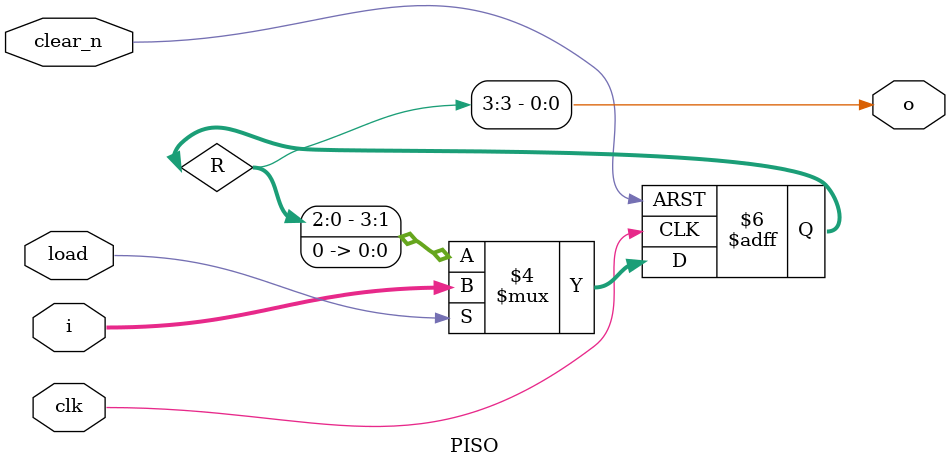
<source format=v>
`timescale 1ns / 1ps


module PISO #(parameter size=4) (
    output o,
    input clk,
    input clear_n,
    input load,
    input [size-1:0]i
    );
    reg [size-1:0]R;
    assign o = R[size-1];
    //assign o = R[size-1:0];
    always@(posedge clk or negedge clear_n)
    begin
        if(!clear_n)
            R <= 0;
        else if(load)
            R <= i;
        else
            R <= {R[size-2:0], 1'b0};
    end
endmodule

</source>
